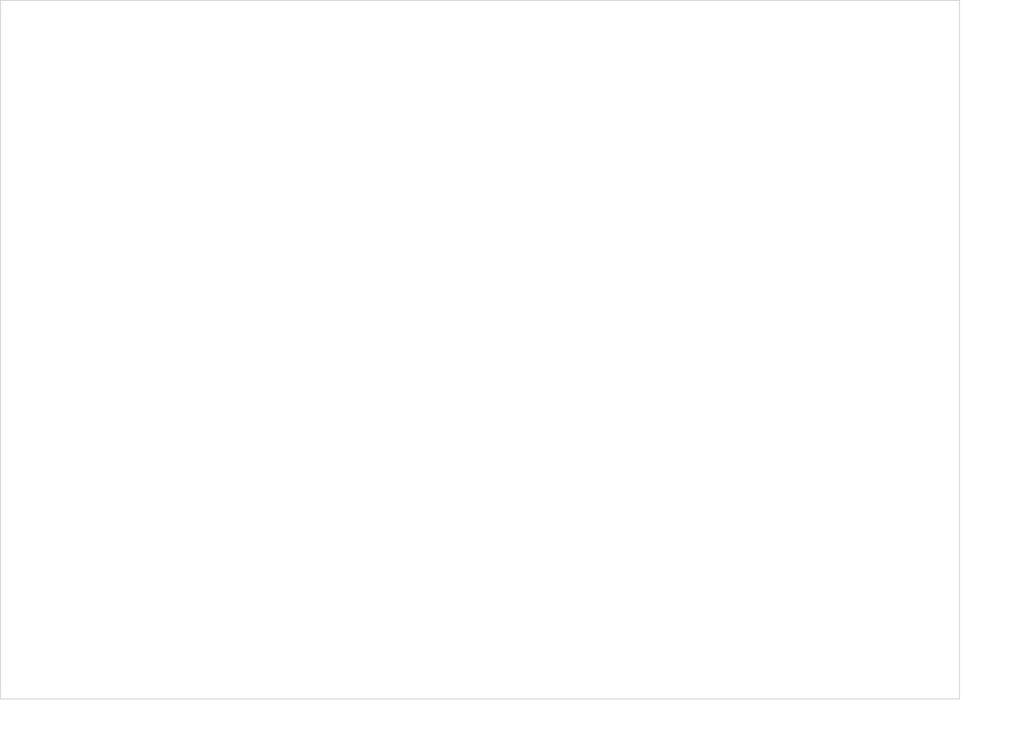
<source format=kicad_pcb>
(kicad_pcb (version 20221018) (generator pcbnew)

  (general
    (thickness 1.6)
  )

  (paper "A3")
  (layers
    (0 "F.Cu" signal)
    (31 "B.Cu" signal)
    (32 "B.Adhes" user "B.Adhesive")
    (33 "F.Adhes" user "F.Adhesive")
    (34 "B.Paste" user)
    (35 "F.Paste" user)
    (36 "B.SilkS" user "B.Silkscreen")
    (37 "F.SilkS" user "F.Silkscreen")
    (38 "B.Mask" user)
    (39 "F.Mask" user)
    (40 "Dwgs.User" user "User.Drawings")
    (41 "Cmts.User" user "User.Comments")
    (42 "Eco1.User" user "User.Eco1")
    (43 "Eco2.User" user "User.Eco2")
    (44 "Edge.Cuts" user)
    (45 "Margin" user)
    (46 "B.CrtYd" user "B.Courtyard")
    (47 "F.CrtYd" user "F.Courtyard")
    (48 "B.Fab" user)
    (49 "F.Fab" user)
  )

  (setup
    (pad_to_mask_clearance 0.051)
    (solder_mask_min_width 0.25)
    (pcbplotparams
      (layerselection 0x00010fc_ffffffff)
      (plot_on_all_layers_selection 0x0000000_00000000)
      (disableapertmacros false)
      (usegerberextensions false)
      (usegerberattributes false)
      (usegerberadvancedattributes false)
      (creategerberjobfile false)
      (dashed_line_dash_ratio 12.000000)
      (dashed_line_gap_ratio 3.000000)
      (svgprecision 4)
      (plotframeref false)
      (viasonmask false)
      (mode 1)
      (useauxorigin false)
      (hpglpennumber 1)
      (hpglpenspeed 20)
      (hpglpendiameter 15.000000)
      (dxfpolygonmode true)
      (dxfimperialunits true)
      (dxfusepcbnewfont true)
      (psnegative false)
      (psa4output false)
      (plotreference true)
      (plotvalue true)
      (plotinvisibletext false)
      (sketchpadsonfab false)
      (subtractmaskfromsilk false)
      (outputformat 1)
      (mirror false)
      (drillshape 1)
      (scaleselection 1)
      (outputdirectory "")
    )
  )

  (net 0 "")

  (gr_line (start 66.621749 229.882259) (end 180.094542 229.882259)
    (stroke (width 0.2) (type solid)) (layer "Dwgs.User") (tstamp 01569c3d-b76c-4518-b0d0-a65d9a7c9601))
  (gr_line (start 283.621749 224.037865) (end 283.621749 233.057259)
    (stroke (width 0.2) (type solid)) (layer "Dwgs.User") (tstamp 020e943e-01e6-44b5-95c5-dbc8d92e6cce))
  (gr_line (start 293.621749 221.037865) (end 293.621749 196.8453)
    (stroke (width 0.2) (type solid)) (layer "Dwgs.User") (tstamp 287d4a04-45c4-44e2-81ec-69c9b697a673))
  (gr_line (start 281.621749 229.882259) (end 189.504569 229.882259)
    (stroke (width 0.2) (type solid)) (layer "Dwgs.User") (tstamp 2e533f51-a870-4135-b1ca-4a386f8bec7e))
  (gr_line (start 64.621749 224.037865) (end 64.621749 233.057259)
    (stroke (width 0.2) (type solid)) (layer "Dwgs.User") (tstamp c7d4d208-d244-4fc3-97df-31f183cb4de5))
  (gr_line (start 284.621749 63.537865) (end 296.796749 63.537865)
    (stroke (width 0.2) (type solid)) (layer "Dwgs.User") (tstamp db7e7e06-db6b-4b8e-9cda-467c6b7bdcfd))
  (gr_line (start 293.621749 65.537865) (end 293.621749 189.730429)
    (stroke (width 0.2) (type solid)) (layer "Dwgs.User") (tstamp dd7f68d4-8def-42f8-806b-8de975395101))
  (gr_line (start 284.621749 223.037865) (end 296.796749 223.037865)
    (stroke (width 0.2) (type solid)) (layer "Dwgs.User") (tstamp ed9e6740-caed-4abc-b476-845a8d659e1b))
  (gr_line (start 283.621749 223.037865) (end 283.621749 63.537865)
    (stroke (width 0.2) (type solid)) (layer "Edge.Cuts") (tstamp 2b9d3b06-6d09-46f5-827e-3a8b3cc2b7ae))
  (gr_line (start 64.621749 63.537865) (end 64.621749 223.037865)
    (stroke (width 0.2) (type solid)) (layer "Edge.Cuts") (tstamp 3331bfda-09cf-4f06-a0fd-13bb5d911b16))
  (gr_line (start 64.621749 223.037865) (end 283.621749 223.037865)
    (stroke (width 0.2) (type solid)) (layer "Edge.Cuts") (tstamp 9304d7d5-92ff-4f38-8e7c-5a74f27269b4))
  (gr_line (start 283.621749 63.537865) (end 64.621749 63.537865)
    (stroke (width 0.2) (type solid)) (layer "Edge.Cuts") (tstamp d7c79a60-ea47-4867-a34d-962be8cc7139))
  (gr_text "[6.28]" (at 293.621749 195.177326) (layer "Dwgs.User") (tstamp 00bf5f75-f1e1-4f7a-9f7a-5dd89680249d)
    (effects (font (size 1.7 1.53) (thickness 0.2125)))
  )
  (gr_text " 219.00" (at 184.799556 228.214284) (layer "Dwgs.User") (tstamp 373eae83-8844-4ea6-bf54-1ceee5243bcd)
    (effects (font (size 1.7 1.53) (thickness 0.2125)))
  )
  (gr_text " 159.50" (at 293.621749 191.61989) (layer "Dwgs.User") (tstamp 54d0aec7-a926-4072-9632-58586225ae01)
    (effects (font (size 1.7 1.53) (thickness 0.2125)))
  )
  (gr_text "[8.62]" (at 184.799556 231.77172) (layer "Dwgs.User") (tstamp 6a097e5c-fa76-4867-bc1b-1177e7a362ae)
    (effects (font (size 1.7 1.53) (thickness 0.2125)))
  )

)

</source>
